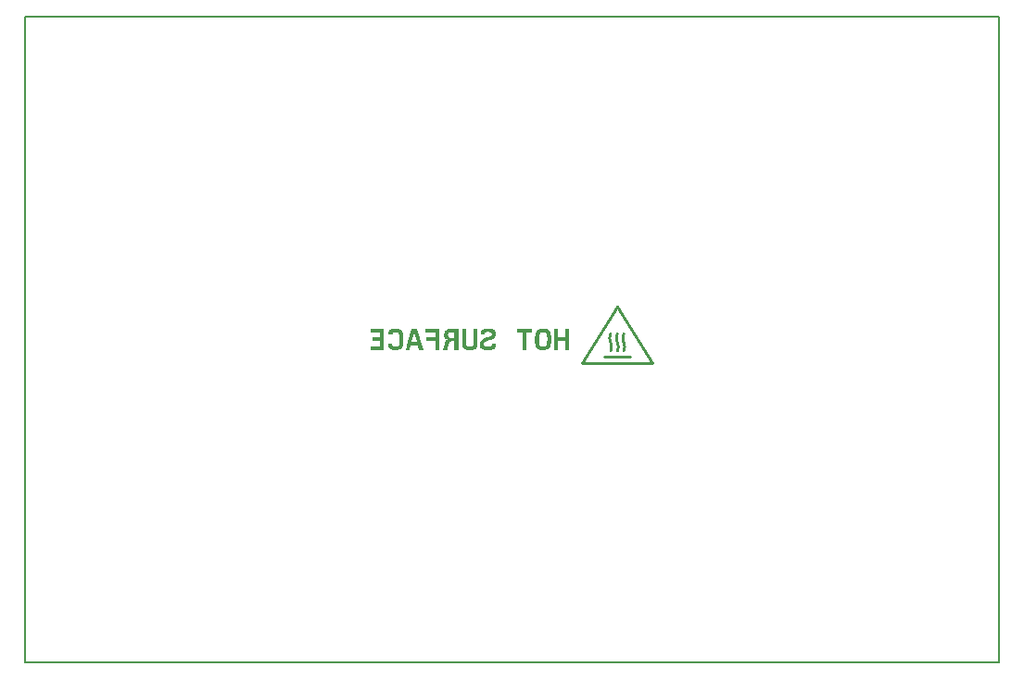
<source format=gbo>
G04 #@! TF.GenerationSoftware,KiCad,Pcbnew,9.0.1-rc2*
G04 #@! TF.CreationDate,2025-03-29T14:30:59-07:00*
G04 #@! TF.ProjectId,backlight,6261636b-6c69-4676-9874-2e6b69636164,rev?*
G04 #@! TF.SameCoordinates,Original*
G04 #@! TF.FileFunction,Legend,Bot*
G04 #@! TF.FilePolarity,Positive*
%FSLAX46Y46*%
G04 Gerber Fmt 4.6, Leading zero omitted, Abs format (unit mm)*
G04 Created by KiCad (PCBNEW 9.0.1-rc2) date 2025-03-29 14:30:59*
%MOMM*%
%LPD*%
G01*
G04 APERTURE LIST*
%ADD10C,0.150000*%
%ADD11C,0.400000*%
%ADD12C,0.250000*%
%ADD13C,2.575000*%
%ADD14O,4.200000X2.000000*%
%ADD15O,2.000000X4.200000*%
%ADD16R,2.000000X4.600000*%
%ADD17C,1.300000*%
%ADD18O,1.700000X1.000000*%
%ADD19C,2.200000*%
G04 APERTURE END LIST*
D10*
X87500000Y-87500000D02*
X176500000Y-87500000D01*
X176500000Y-146500000D01*
X87500000Y-146500000D01*
X87500000Y-87500000D01*
D11*
G36*
X137171911Y-117960000D02*
G01*
X136813485Y-117960000D01*
X136813485Y-117127498D01*
X136169416Y-117127498D01*
X136169416Y-117960000D01*
X135811112Y-117960000D01*
X135811112Y-116052951D01*
X136169416Y-116052951D01*
X136169416Y-116811081D01*
X136813485Y-116811081D01*
X136813485Y-116052951D01*
X137171911Y-116052951D01*
X137171911Y-117960000D01*
G37*
G36*
X134936728Y-116033550D02*
G01*
X135047008Y-116046241D01*
X135128428Y-116063837D01*
X135201458Y-116088367D01*
X135259616Y-116116371D01*
X135311669Y-116150553D01*
X135355539Y-116188895D01*
X135394373Y-116233343D01*
X135458129Y-116342484D01*
X135506315Y-116489205D01*
X135538659Y-116691804D01*
X135552108Y-116980915D01*
X135552214Y-117013558D01*
X135548146Y-117199264D01*
X135535299Y-117361686D01*
X135518059Y-117475682D01*
X135494093Y-117576227D01*
X135467665Y-117652585D01*
X135435561Y-117719839D01*
X135401203Y-117773398D01*
X135361662Y-117820090D01*
X135270218Y-117891691D01*
X135154518Y-117942036D01*
X135002538Y-117973253D01*
X134813014Y-117983447D01*
X134688527Y-117979400D01*
X134577650Y-117966707D01*
X134495931Y-117949127D01*
X134422691Y-117924622D01*
X134364458Y-117896672D01*
X134312380Y-117862564D01*
X134268558Y-117824338D01*
X134229806Y-117780033D01*
X134166323Y-117671320D01*
X134118518Y-117525226D01*
X134086666Y-117323457D01*
X134073813Y-117013558D01*
X134429430Y-117013558D01*
X134433564Y-117185526D01*
X134446871Y-117327374D01*
X134463348Y-117414006D01*
X134486090Y-117486450D01*
X134510260Y-117536715D01*
X134539488Y-117578281D01*
X134570845Y-117609077D01*
X134606918Y-117633485D01*
X134695338Y-117665009D01*
X134813014Y-117675457D01*
X134890506Y-117671381D01*
X134957821Y-117658480D01*
X135004970Y-117641013D01*
X135046195Y-117616657D01*
X135079024Y-117587840D01*
X135107354Y-117552393D01*
X135152246Y-117457526D01*
X135183468Y-117313801D01*
X135198715Y-117087801D01*
X135199406Y-117013558D01*
X135195291Y-116840253D01*
X135182119Y-116696874D01*
X135165652Y-116608039D01*
X135142936Y-116533662D01*
X135118765Y-116481876D01*
X135089561Y-116438994D01*
X135058342Y-116407232D01*
X135022474Y-116381980D01*
X134935257Y-116349201D01*
X134813014Y-116337616D01*
X134736280Y-116341692D01*
X134669650Y-116354591D01*
X134622976Y-116372062D01*
X134582171Y-116396424D01*
X134549620Y-116425307D01*
X134521529Y-116460846D01*
X134476886Y-116556282D01*
X134445700Y-116701457D01*
X134430235Y-116930880D01*
X134429430Y-117013558D01*
X134073813Y-117013558D01*
X134077881Y-116825075D01*
X134090728Y-116660239D01*
X134107965Y-116544578D01*
X134131924Y-116442571D01*
X134158331Y-116365144D01*
X134190406Y-116296947D01*
X134224689Y-116242693D01*
X134264136Y-116195385D01*
X134307058Y-116156236D01*
X134355159Y-116122920D01*
X134469996Y-116071960D01*
X134620399Y-116040219D01*
X134813014Y-116029504D01*
X134936728Y-116033550D01*
G37*
G36*
X133313851Y-117960000D02*
G01*
X132955425Y-117960000D01*
X132955425Y-116372177D01*
X132445812Y-116372177D01*
X132445812Y-116052951D01*
X133823341Y-116052951D01*
X133823341Y-116372177D01*
X133313851Y-116372177D01*
X133313851Y-117960000D01*
G37*
G36*
X129772085Y-117983447D02*
G01*
X129613911Y-117979359D01*
X129478817Y-117966380D01*
X129388842Y-117949462D01*
X129311258Y-117926018D01*
X129254261Y-117900426D01*
X129205397Y-117869383D01*
X129167286Y-117835761D01*
X129135363Y-117797019D01*
X129088906Y-117703600D01*
X129061928Y-117577194D01*
X129055355Y-117449288D01*
X129059437Y-117357335D01*
X129072378Y-117275474D01*
X129090300Y-117215183D01*
X129115434Y-117160290D01*
X129145614Y-117113770D01*
X129182914Y-117070859D01*
X129282505Y-116992777D01*
X129431890Y-116917241D01*
X129640561Y-116843077D01*
X129846715Y-116774081D01*
X129992779Y-116711976D01*
X130051967Y-116677154D01*
X130094232Y-116641750D01*
X130116341Y-116612761D01*
X130129188Y-116582244D01*
X130133321Y-116549863D01*
X130129191Y-116490865D01*
X130115915Y-116442921D01*
X130098950Y-116413382D01*
X130075392Y-116389244D01*
X130009056Y-116356396D01*
X129895232Y-116337916D01*
X129794556Y-116334808D01*
X129687452Y-116338996D01*
X129604067Y-116352683D01*
X129558598Y-116368702D01*
X129522380Y-116390703D01*
X129497659Y-116415178D01*
X129478655Y-116444995D01*
X129454711Y-116526376D01*
X129450173Y-116566594D01*
X129094556Y-116566594D01*
X129097893Y-116463084D01*
X129109840Y-116372814D01*
X129126625Y-116307924D01*
X129150105Y-116251055D01*
X129177113Y-116206620D01*
X129210076Y-116167962D01*
X129292223Y-116108209D01*
X129406251Y-116065218D01*
X129570416Y-116038055D01*
X129783321Y-116029504D01*
X129940835Y-116033594D01*
X130074904Y-116046593D01*
X130163509Y-116063462D01*
X130239655Y-116086828D01*
X130295279Y-116112274D01*
X130342766Y-116143132D01*
X130379620Y-116176551D01*
X130410289Y-116215056D01*
X130454371Y-116308198D01*
X130478804Y-116434990D01*
X130483321Y-116538628D01*
X130479241Y-116620525D01*
X130466319Y-116693715D01*
X130448259Y-116748288D01*
X130422896Y-116798184D01*
X130353525Y-116881213D01*
X130248469Y-116955850D01*
X130086455Y-117030555D01*
X129886880Y-117097334D01*
X129720781Y-117151099D01*
X129594448Y-117203312D01*
X129529724Y-117239273D01*
X129479957Y-117277046D01*
X129449112Y-117310511D01*
X129427011Y-117346503D01*
X129406536Y-117424283D01*
X129405355Y-117452096D01*
X129409458Y-117512903D01*
X129422548Y-117562573D01*
X129439438Y-117593739D01*
X129462852Y-117619298D01*
X129527826Y-117654110D01*
X129636747Y-117674204D01*
X129772085Y-117678265D01*
X129879527Y-117673086D01*
X129965413Y-117658795D01*
X130015139Y-117642013D01*
X130055677Y-117619153D01*
X130084178Y-117593813D01*
X130106873Y-117563042D01*
X130137499Y-117481690D01*
X130150173Y-117385052D01*
X130500173Y-117385052D01*
X130499510Y-117498024D01*
X130489751Y-117596998D01*
X130474577Y-117667523D01*
X130452424Y-117729735D01*
X130426659Y-117778151D01*
X130394779Y-117820660D01*
X130315619Y-117886544D01*
X130206919Y-117935024D01*
X130053208Y-117967911D01*
X129827566Y-117982997D01*
X129772085Y-117983447D01*
G37*
G36*
X128085344Y-117983447D02*
G01*
X127947638Y-117979373D01*
X127828219Y-117966487D01*
X127745747Y-117949321D01*
X127673628Y-117925474D01*
X127618988Y-117898954D01*
X127571428Y-117866691D01*
X127533079Y-117831058D01*
X127500340Y-117789858D01*
X127450260Y-117688782D01*
X127417931Y-117550732D01*
X127404884Y-117336448D01*
X127404884Y-116052951D01*
X127763310Y-116052951D01*
X127763310Y-117328021D01*
X127767466Y-117424068D01*
X127780928Y-117501789D01*
X127797402Y-117547652D01*
X127820151Y-117585226D01*
X127845763Y-117611858D01*
X127877044Y-117632945D01*
X127960767Y-117660562D01*
X128085344Y-117669961D01*
X128180095Y-117665820D01*
X128257539Y-117652463D01*
X128304379Y-117635883D01*
X128343088Y-117612962D01*
X128370881Y-117587079D01*
X128393166Y-117555458D01*
X128423149Y-117471390D01*
X128435344Y-117325212D01*
X128435344Y-116052951D01*
X128793649Y-116052951D01*
X128793649Y-117339256D01*
X128789582Y-117464247D01*
X128776747Y-117573377D01*
X128759459Y-117650070D01*
X128735418Y-117717542D01*
X128708380Y-117769484D01*
X128675434Y-117814973D01*
X128595796Y-117884419D01*
X128489381Y-117934627D01*
X128342303Y-117968127D01*
X128130650Y-117983088D01*
X128085344Y-117983447D01*
G37*
G36*
X126731628Y-116045136D02*
G01*
X127064898Y-116052951D01*
X127064898Y-117960000D01*
X126709280Y-117960000D01*
X126709280Y-117178422D01*
X126530006Y-117178422D01*
X126427067Y-117182632D01*
X126346255Y-117196470D01*
X126301372Y-117212791D01*
X126264766Y-117235297D01*
X126216820Y-117292711D01*
X126182815Y-117389326D01*
X126051290Y-117960000D01*
X125667706Y-117960000D01*
X125827197Y-117364047D01*
X125860925Y-117255370D01*
X125898610Y-117173252D01*
X125927188Y-117132288D01*
X125960238Y-117100024D01*
X126035259Y-117060377D01*
X126104413Y-117044089D01*
X126104413Y-117018932D01*
X126018485Y-117002488D01*
X125947647Y-116978977D01*
X125903009Y-116955336D01*
X125866023Y-116926043D01*
X125816866Y-116856381D01*
X125787552Y-116758078D01*
X125776883Y-116590896D01*
X126129692Y-116590896D01*
X126133881Y-116681357D01*
X126147570Y-116751563D01*
X126163582Y-116789440D01*
X126185570Y-116819068D01*
X126240801Y-116853204D01*
X126326690Y-116867355D01*
X126348045Y-116867745D01*
X126709280Y-116867745D01*
X126709280Y-116355935D01*
X126562933Y-116352515D01*
X126353662Y-116361552D01*
X126278751Y-116370591D01*
X126221356Y-116387987D01*
X126190365Y-116406275D01*
X126166532Y-116430244D01*
X126138962Y-116492260D01*
X126129692Y-116590896D01*
X125776883Y-116590896D01*
X125781546Y-116493270D01*
X125794785Y-116406633D01*
X125812792Y-116342995D01*
X125837696Y-116286281D01*
X125866415Y-116240916D01*
X125901452Y-116200760D01*
X125989089Y-116136800D01*
X126110156Y-116088815D01*
X126281371Y-116056271D01*
X126530373Y-116042255D01*
X126731628Y-116045136D01*
G37*
G36*
X125344451Y-117960000D02*
G01*
X124986025Y-117960000D01*
X124986025Y-117162791D01*
X124162804Y-117162791D01*
X124162804Y-116849305D01*
X124986025Y-116849305D01*
X124986025Y-116369368D01*
X124050819Y-116369368D01*
X124050819Y-116052951D01*
X125344451Y-116052951D01*
X125344451Y-117960000D01*
G37*
G36*
X123853593Y-117960000D02*
G01*
X123503593Y-117960000D01*
X123383181Y-117537948D01*
X122739235Y-117537948D01*
X122616014Y-117960000D01*
X122263205Y-117960000D01*
X122475150Y-117227271D01*
X122820323Y-117227271D01*
X123299161Y-117227271D01*
X123066764Y-116377794D01*
X123063956Y-116377794D01*
X122820323Y-117227271D01*
X122475150Y-117227271D01*
X122814828Y-116052951D01*
X123313205Y-116052951D01*
X123853593Y-117960000D01*
G37*
G36*
X121315543Y-117983447D02*
G01*
X121175473Y-117979354D01*
X121055106Y-117966334D01*
X120973996Y-117949253D01*
X120903450Y-117925529D01*
X120850438Y-117899229D01*
X120804458Y-117867214D01*
X120767355Y-117831686D01*
X120735741Y-117790547D01*
X120686944Y-117688285D01*
X120654658Y-117545650D01*
X120643509Y-117429748D01*
X120993509Y-117429748D01*
X121009739Y-117504611D01*
X121033011Y-117563945D01*
X121055715Y-117598535D01*
X121083971Y-117626072D01*
X121154118Y-117660593D01*
X121262827Y-117676999D01*
X121315543Y-117678265D01*
X121393757Y-117674196D01*
X121461725Y-117661343D01*
X121509519Y-117643896D01*
X121551313Y-117619582D01*
X121584593Y-117590849D01*
X121613326Y-117555534D01*
X121658848Y-117461355D01*
X121690655Y-117319278D01*
X121706620Y-117096764D01*
X121707553Y-117010750D01*
X121703429Y-116837518D01*
X121690196Y-116694190D01*
X121673703Y-116605736D01*
X121650938Y-116531605D01*
X121626709Y-116479954D01*
X121597417Y-116437122D01*
X121566060Y-116405319D01*
X121530009Y-116379977D01*
X121442186Y-116346876D01*
X121315543Y-116334808D01*
X121236590Y-116338966D01*
X121172265Y-116352439D01*
X121133015Y-116369306D01*
X121100103Y-116392714D01*
X121053378Y-116455568D01*
X121018982Y-116557327D01*
X121010362Y-116600055D01*
X120660362Y-116600055D01*
X120668919Y-116482773D01*
X120685749Y-116381327D01*
X120705689Y-116311557D01*
X120732055Y-116250712D01*
X120760974Y-116204230D01*
X120795648Y-116163986D01*
X120879475Y-116103193D01*
X120993032Y-116060770D01*
X121153820Y-116035472D01*
X121315543Y-116029504D01*
X121441088Y-116033549D01*
X121553010Y-116046231D01*
X121635697Y-116063821D01*
X121709863Y-116088339D01*
X121768894Y-116116307D01*
X121821733Y-116150436D01*
X121866200Y-116188640D01*
X121905574Y-116232911D01*
X121970125Y-116341280D01*
X122018917Y-116486438D01*
X122051798Y-116686154D01*
X122065809Y-116970027D01*
X122065979Y-117010750D01*
X122061913Y-117195080D01*
X122049081Y-117356605D01*
X122031813Y-117470485D01*
X122007804Y-117571089D01*
X121981288Y-117647718D01*
X121949071Y-117715318D01*
X121914563Y-117769283D01*
X121874844Y-117816412D01*
X121782987Y-117888907D01*
X121666895Y-117940148D01*
X121514769Y-117972288D01*
X121315543Y-117983447D01*
G37*
G36*
X120278244Y-117960000D02*
G01*
X119040665Y-117960000D01*
X119040665Y-117652009D01*
X119919940Y-117652009D01*
X119919940Y-117123712D01*
X119208704Y-117123712D01*
X119208704Y-116815722D01*
X119919940Y-116815722D01*
X119919940Y-116361064D01*
X119096719Y-116361064D01*
X119096719Y-116052951D01*
X120278244Y-116052951D01*
X120278244Y-117960000D01*
G37*
D12*
X142181749Y-117298143D02*
G75*
G02*
X142179151Y-118096798I-779179J-396797D01*
G01*
X142179152Y-117296798D02*
G75*
G02*
X142181749Y-116498143I779157J396798D01*
G01*
X141602597Y-117294941D02*
G75*
G02*
X141600001Y-118093596I-779147J-396799D01*
G01*
X141600000Y-117293596D02*
G75*
G02*
X141602597Y-116494941I779157J396798D01*
G01*
X140981749Y-117298143D02*
G75*
G02*
X140979151Y-118096798I-779179J-396797D01*
G01*
X140979152Y-117296798D02*
G75*
G02*
X140981749Y-116498143I779157J396798D01*
G01*
X144800000Y-119200000D02*
X141600000Y-114000000D01*
X144800000Y-119200000D02*
X138400000Y-119200000D01*
X141600000Y-114000000D02*
X138400000Y-119200000D01*
X140400000Y-118612588D02*
X142800000Y-118612588D01*
%LPC*%
D13*
X180787500Y-88500000D02*
G75*
G02*
X178212500Y-88500000I-1287500J0D01*
G01*
X178212500Y-88500000D02*
G75*
G02*
X180787500Y-88500000I1287500J0D01*
G01*
X85787500Y-88500000D02*
G75*
G02*
X83212500Y-88500000I-1287500J0D01*
G01*
X83212500Y-88500000D02*
G75*
G02*
X85787500Y-88500000I1287500J0D01*
G01*
X85787500Y-54500000D02*
G75*
G02*
X83212500Y-54500000I-1287500J0D01*
G01*
X83212500Y-54500000D02*
G75*
G02*
X85787500Y-54500000I1287500J0D01*
G01*
X85787500Y-145500000D02*
G75*
G02*
X83212500Y-145500000I-1287500J0D01*
G01*
X83212500Y-145500000D02*
G75*
G02*
X85787500Y-145500000I1287500J0D01*
G01*
X180787500Y-145500000D02*
G75*
G02*
X178212500Y-145500000I-1287500J0D01*
G01*
X178212500Y-145500000D02*
G75*
G02*
X180787500Y-145500000I1287500J0D01*
G01*
X180787500Y-54500000D02*
G75*
G02*
X178212500Y-54500000I-1287500J0D01*
G01*
X178212500Y-54500000D02*
G75*
G02*
X180787500Y-54500000I1287500J0D01*
G01*
D14*
X93300000Y-68225001D03*
D15*
X89900000Y-63425001D03*
D16*
X96200000Y-63425001D03*
D17*
X178500000Y-142000000D03*
X88000000Y-53500000D03*
D18*
X84600000Y-80220000D03*
X88400000Y-80220000D03*
X84600000Y-71580000D03*
X88400000Y-71580000D03*
D19*
X179500000Y-88500000D03*
X84500000Y-88500000D03*
X84500000Y-54500000D03*
X84500000Y-145500000D03*
X179500000Y-145500000D03*
X179500000Y-54500000D03*
%LPD*%
M02*

</source>
